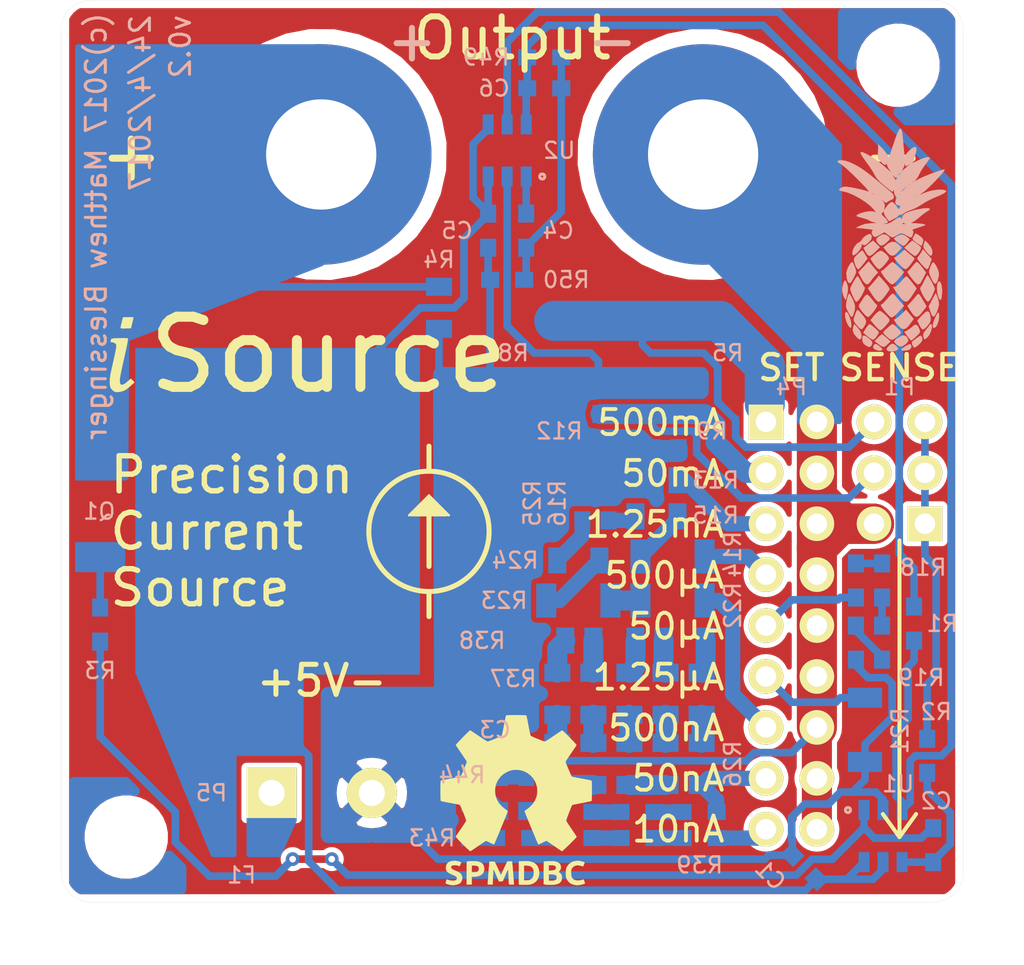
<source format=kicad_pcb>
(kicad_pcb (version 4) (host pcbnew 4.0.4-stable)
  (layers (0 F.Cu signal) (31 B.Cu signal) (34 B.Paste user) (35 F.Paste user) (36 B.SilkS user) (37 F.SilkS user) (38 B.Mask user) (39 F.Mask user) (44 Edge.Cuts user))
  (net 0 "")
  (net 1 DUT_OUT)
  (net 2 GND)
  (net 3 "Net-(C2-Pad1)")
  (net 4 "Net-(C2-Pad2)")
  (net 5 VREF)
  (net 6 DUT_IN)
  (net 7 "Net-(Q1-Pad1)")
  (net 8 VREF_S)
  (net 9 "Net-(R15-Pad2)")
  (net 10 "Net-(R22-Pad2)")
  (net 11 "Net-(R23-Pad2)")
  (net 12 "Net-(R27-Pad2)")
  (net 13 "Net-(R28-Pad2)")
  (net 14 "Net-(R29-Pad2)")
  (net 15 "Net-(R30-Pad2)")
  (net 16 VDD)
  (net 17 "Net-(F1-Pad2)")
  (net 18 "Net-(P4-Pad7)")
  (net 19 "Net-(P4-Pad9)")
  (net 20 "Net-(P4-Pad11)")
  (net 21 "Net-(P4-Pad13)")
  (net 22 "Net-(P4-Pad15)")
  (net 23 "Net-(P4-Pad17)")
  (net 24 "Net-(C4-Pad1)")
  (net 25 "Net-(P1-Pad1)")
  (net 26 "Net-(P1-Pad4)")
  (net 27 "Net-(P1-Pad6)")
  (net 28 "Net-(P4-Pad5)")
  (net 29 "Net-(R14-Pad2)")
  (net 30 "Net-(R17-Pad2)")
  (net 31 "Net-(R18-Pad2)")
  (net 32 "Net-(R19-Pad2)")
  (net 33 "Net-(R24-Pad2)")
  (net 34 "Net-(R26-Pad2)")
  (net 35 "Net-(R31-Pad2)")
  (net 36 "Net-(R32-Pad2)")
  (net 37 "Net-(R33-Pad2)")
  (net 38 "Net-(R34-Pad2)")
  (net 39 "Net-(R35-Pad2)")
  (net 40 "Net-(R36-Pad2)")
  (net 41 "Net-(R37-Pad2)")
  (net 42 "Net-(R39-Pad2)")
  (net 43 "Net-(R40-Pad2)")
  (net 44 "Net-(R41-Pad2)")
  (net 45 "Net-(R42-Pad2)")
  (net 46 "Net-(R43-Pad2)")
  (net 47 "Net-(R44-Pad2)")
  (net 48 "Net-(R45-Pad2)")
  (net 49 "Net-(R46-Pad2)")
  (net 50 "Net-(R47-Pad2)")
  (net 51 "Net-(C4-Pad2)")
  (module MKB:SOT-23-6 (layer B.Cu) (at 118.5 119.2 270)
    (fp_text reference U1 (at -2.6 -0.75 360) (layer B.SilkS) (effects (font (size 0.8 0.8) (thickness 0.12)) (justify mirror)))
    (fp_text value MCP6V11T-E/OT)
    (pad 1 smd rect (at -1.3 0.95 270) (size 1 0.55) (layers B.Cu B.Paste B.Mask) (net 4 "Net-(C2-Pad2)"))
    (pad 2 smd rect (at -1.3 0 270) (size 1 0.55) (layers B.Cu B.Paste B.Mask) (net 2 GND))
    (pad 3 smd rect (at -1.3 -0.95 270) (size 1 0.55) (layers B.Cu B.Paste B.Mask) (net 8 VREF_S))
    (pad 4 smd rect (at 1.3 -0.95 270) (size 1 0.55) (layers B.Cu B.Paste B.Mask) (net 3 "Net-(C2-Pad1)"))
    (pad 6 smd rect (at 1.3 0.95 270) (size 1 0.55) (layers B.Cu B.Paste B.Mask) (net 16 VDD))
    (pad 5 smd rect (at 1.3 0 270) (size 1 0.55) (layers B.Cu B.Paste B.Mask) (net 16 VDD))
  )
  (module MKB:SOT-23-6 (layer B.Cu) (at 99.75 85 90)
    (fp_text reference U2 (at 0 2.6 180) (layer B.SilkS) (effects (font (size 0.8 0.8) (thickness 0.12)) (justify mirror)))
    (fp_text value MAX6070)
    (pad 1 smd rect (at -1.3 0.95 90) (size 1 0.55) (layers B.Cu B.Paste B.Mask) (net 24 "Net-(C4-Pad1)"))
    (pad 2 smd rect (at -1.3 0 90) (size 1 0.55) (layers B.Cu B.Paste B.Mask) (net 2 GND))
    (pad 3 smd rect (at -1.3 -0.95 90) (size 1 0.55) (layers B.Cu B.Paste B.Mask) (net 16 VDD))
    (pad 4 smd rect (at 1.3 -0.95 90) (size 1 0.55) (layers B.Cu B.Paste B.Mask) (net 16 VDD))
    (pad 6 smd rect (at 1.3 0.95 90) (size 1 0.55) (layers B.Cu B.Paste B.Mask) (net 5 VREF))
    (pad 5 smd rect (at 1.3 0 90) (size 1 0.55) (layers B.Cu B.Paste B.Mask) (net 8 VREF_S))
  )
  (module MKB:C_0603 (layer B.Cu) (at 98.8 89 270)
    (fp_text reference C5 (at 0 1.55 360) (layer B.SilkS) (effects (font (size 0.8 0.8) (thickness 0.12)) (justify mirror)))
    (fp_text value 0.1uF)
    (pad 1 smd rect (at -0.85 0 270) (size 0.9 0.8) (layers B.Cu B.Paste B.Mask) (net 16 VDD))
    (pad 2 smd rect (at 0.85 0 270) (size 0.9 0.8) (layers B.Cu B.Paste B.Mask) (net 2 GND))
  )
  (module MKB:C_0603 (layer B.Cu) (at 100.7 89 270)
    (fp_text reference C4 (at 0 -1.6 360) (layer B.SilkS) (effects (font (size 0.8 0.8) (thickness 0.12)) (justify mirror)))
    (fp_text value 0.1uF)
    (pad 1 smd rect (at -0.85 0 270) (size 0.9 0.8) (layers B.Cu B.Paste B.Mask) (net 24 "Net-(C4-Pad1)"))
    (pad 2 smd rect (at 0.85 0 270) (size 0.9 0.8) (layers B.Cu B.Paste B.Mask) (net 51 "Net-(C4-Pad2)"))
  )
  (module MKB:C_0603 (layer B.Cu) (at 100.7 113.9 90)
    (fp_text reference C3 (at 0 -1.55 360) (layer B.SilkS) (effects (font (size 0.8 0.8) (thickness 0.12)) (justify mirror)))
    (fp_text value 1uF)
    (pad 1 smd rect (at -0.85 0 90) (size 0.9 0.8) (layers B.Cu B.Paste B.Mask) (net 6 DUT_IN))
    (pad 2 smd rect (at 0.85 0 90) (size 0.9 0.8) (layers B.Cu B.Paste B.Mask) (net 2 GND))
  )
  (module MKB:C_0603 (layer B.Cu) (at 121 119.65 90)
    (fp_text reference C2 (at 2.2 0.15 180) (layer B.SilkS) (effects (font (size 0.8 0.8) (thickness 0.12)) (justify mirror)))
    (fp_text value 10nF)
    (pad 1 smd rect (at -0.85 0 90) (size 0.9 0.8) (layers B.Cu B.Paste B.Mask) (net 3 "Net-(C2-Pad1)"))
    (pad 2 smd rect (at 0.85 0 90) (size 0.9 0.8) (layers B.Cu B.Paste B.Mask) (net 4 "Net-(C2-Pad2)"))
  )
  (module MKB:C_0603 (layer B.Cu) (at 114.58 120.751041 135)
    (fp_text reference C1 (at 0.920711 -1.484924 315) (layer B.SilkS) (effects (font (size 0.8 0.8) (thickness 0.12)) (justify mirror)))
    (fp_text value 0.1uF)
    (pad 1 smd rect (at -0.85 0 135) (size 0.9 0.8) (layers B.Cu B.Paste B.Mask) (net 16 VDD))
    (pad 2 smd rect (at 0.85 0 135) (size 0.9 0.8) (layers B.Cu B.Paste B.Mask) (net 2 GND))
  )
  (module MKB:FUSE_0603 (layer B.Cu) (at 86.5 119.7)
    (fp_text reference F1 (at 0 1.45) (layer B.SilkS) (effects (font (size 0.8 0.8) (thickness 0.12)) (justify mirror)))
    (fp_text value 750mA hide)
    (pad 1 smd rect (at -0.75946 0) (size 0.75946 1.08966) (layers B.Cu B.Paste B.Mask) (net 16 VDD))
    (pad 2 smd rect (at 0.75946 0) (size 0.75946 1.08966) (layers B.Cu B.Paste B.Mask) (net 17 "Net-(F1-Pad2)"))
  )
  (module MKB:TO-252_wHeatsink (layer B.Cu) (at 88.3 103 90)
    (fp_text reference Q1 (at 0 -8.9 180) (layer B.SilkS) (effects (font (size 0.8 0.8) (thickness 0.12)) (justify mirror)))
    (fp_text value Q_NMOS_GDS)
    (pad 2 smd rect (at 0 0 90) (size 16.3 14.2) (layers B.Cu) (net 16 VDD))
    (pad 3 smd rect (at 2.285 -8.85 90) (size 1.5 2.5) (layers B.Cu B.Paste B.Mask) (net 1 DUT_OUT))
    (pad 1 smd rect (at -2.285 -8.85 90) (size 1.5 2.5) (layers B.Cu B.Paste B.Mask) (net 7 "Net-(Q1-Pad1)"))
  )
  (module MKB:C_0603 (layer B.Cu) (at 101.6 81.9)
    (fp_text reference C6 (at -2.5 0) (layer B.SilkS) (effects (font (size 0.8 0.8) (thickness 0.12)) (justify mirror)))
    (fp_text value 0.1uF)
    (pad 1 smd rect (at -0.85 0) (size 0.9 0.8) (layers B.Cu B.Paste B.Mask) (net 5 VREF))
    (pad 2 smd rect (at 0.85 0) (size 0.9 0.8) (layers B.Cu B.Paste B.Mask) (net 51 "Net-(C4-Pad2)"))
  )
  (module MKB:TerminalBlock_Pheonix_MKDS1.5-2pol_1985849 (layer F.Cu) (at 88 117.05)
    (fp_text reference P5 (at -3 0) (layer B.SilkS) (effects (font (size 0.8 0.8) (thickness 0.12)) (justify mirror)))
    (fp_text value CONN_01X02)
    (pad 1 thru_hole rect (at 0 0) (size 2.5 2.5) (drill 1.3) (layers *.Cu *.Mask F.SilkS) (net 17 "Net-(F1-Pad2)"))
    (pad 2 thru_hole circle (at 5 0) (size 2.5 2.5) (drill 1.3) (layers *.Cu *.Mask F.SilkS) (net 2 GND))
  )
  (module MKB:R_0805 (layer B.Cu) (at 101.6 109.45 180)
    (fp_text reference R38 (at 3.1 0 180) (layer B.SilkS) (effects (font (size 0.8 0.8) (thickness 0.12)) (justify mirror)))
    (fp_text value 1M)
    (pad 1 smd rect (at -1.05 0 180) (size 0.9 1.3) (layers B.Cu B.Paste B.Mask) (net 41 "Net-(R37-Pad2)"))
    (pad 2 smd rect (at 1.05 0 180) (size 0.9 1.3) (layers B.Cu B.Paste B.Mask) (net 2 GND))
  )
  (module MKB:R_0805 (layer B.Cu) (at 102.25 112.1 90)
    (fp_text reference R37 (at 0.75 -2.2 180) (layer B.SilkS) (effects (font (size 0.8 0.8) (thickness 0.12)) (justify mirror)))
    (fp_text value 2M)
    (pad 1 smd rect (at -1.05 0 90) (size 0.9 1.3) (layers B.Cu B.Paste B.Mask) (net 40 "Net-(R36-Pad2)"))
    (pad 2 smd rect (at 1.05 0 90) (size 0.9 1.3) (layers B.Cu B.Paste B.Mask) (net 41 "Net-(R37-Pad2)"))
  )
  (module MKB:R_0805 (layer B.Cu) (at 102.25 115.6 90)
    (fp_text reference R36 hide)
    (fp_text value 2M)
    (pad 1 smd rect (at -1.05 0 90) (size 0.9 1.3) (layers B.Cu B.Paste B.Mask) (net 39 "Net-(R35-Pad2)"))
    (pad 2 smd rect (at 1.05 0 90) (size 0.9 1.3) (layers B.Cu B.Paste B.Mask) (net 40 "Net-(R36-Pad2)"))
  )
  (module MKB:R_0805 (layer B.Cu) (at 104.05 115.6 270)
    (fp_text reference R35 hide)
    (fp_text value 2M)
    (pad 1 smd rect (at -1.05 0 270) (size 0.9 1.3) (layers B.Cu B.Paste B.Mask) (net 38 "Net-(R34-Pad2)"))
    (pad 2 smd rect (at 1.05 0 270) (size 0.9 1.3) (layers B.Cu B.Paste B.Mask) (net 39 "Net-(R35-Pad2)"))
  )
  (module MKB:R_0805 (layer B.Cu) (at 104.05 112.1 270)
    (fp_text reference R34 hide)
    (fp_text value 2M)
    (pad 1 smd rect (at -1.05 0 270) (size 0.9 1.3) (layers B.Cu B.Paste B.Mask) (net 37 "Net-(R33-Pad2)"))
    (pad 2 smd rect (at 1.05 0 270) (size 0.9 1.3) (layers B.Cu B.Paste B.Mask) (net 38 "Net-(R34-Pad2)"))
  )
  (module MKB:R_0805 (layer B.Cu) (at 105.85 112.1 90)
    (fp_text reference R32 hide)
    (fp_text value 2M)
    (pad 1 smd rect (at -1.05 0 90) (size 0.9 1.3) (layers B.Cu B.Paste B.Mask) (net 35 "Net-(R31-Pad2)"))
    (pad 2 smd rect (at 1.05 0 90) (size 0.9 1.3) (layers B.Cu B.Paste B.Mask) (net 36 "Net-(R32-Pad2)"))
  )
  (module MKB:R_0805 (layer B.Cu) (at 103.3 105.45 180)
    (fp_text reference R24 (at 3.15 0 180) (layer B.SilkS) (effects (font (size 0.8 0.8) (thickness 0.12)) (justify mirror)))
    (fp_text value 470k)
    (pad 1 smd rect (at -1.05 0 180) (size 0.9 1.3) (layers B.Cu B.Paste B.Mask) (net 11 "Net-(R23-Pad2)"))
    (pad 2 smd rect (at 1.05 0 180) (size 0.9 1.3) (layers B.Cu B.Paste B.Mask) (net 33 "Net-(R24-Pad2)"))
  )
  (module MKB:R_0805 (layer B.Cu) (at 107.2 103.25 180)
    (fp_text reference R15 (at -2.95 0.05 180) (layer B.SilkS) (effects (font (size 0.8 0.8) (thickness 0.12)) (justify mirror)))
    (fp_text value 499R)
    (pad 1 smd rect (at -1.05 0 180) (size 0.9 1.3) (layers B.Cu B.Paste B.Mask) (net 29 "Net-(R14-Pad2)"))
    (pad 2 smd rect (at 1.05 0 180) (size 0.9 1.3) (layers B.Cu B.Paste B.Mask) (net 9 "Net-(R15-Pad2)"))
  )
  (module MKB:R_0805 (layer B.Cu) (at 96.35 92.85 90)
    (fp_text reference R4 (at 2.4 0 180) (layer B.SilkS) (effects (font (size 0.8 0.8) (thickness 0.12)) (justify mirror)))
    (fp_text value 470R)
    (pad 1 smd rect (at -1.05 0 90) (size 0.9 1.3) (layers B.Cu B.Paste B.Mask) (net 2 GND))
    (pad 2 smd rect (at 1.05 0 90) (size 0.9 1.3) (layers B.Cu B.Paste B.Mask) (net 1 DUT_OUT))
  )
  (module MKB:R_0805 (layer B.Cu) (at 105.1 109.45 180)
    (fp_text reference R33 hide)
    (fp_text value 2M)
    (pad 1 smd rect (at -1.05 0 180) (size 0.9 1.3) (layers B.Cu B.Paste B.Mask) (net 36 "Net-(R32-Pad2)"))
    (pad 2 smd rect (at 1.05 0 180) (size 0.9 1.3) (layers B.Cu B.Paste B.Mask) (net 37 "Net-(R33-Pad2)"))
  )
  (module MKB:R_0805 (layer B.Cu) (at 105.85 115.6 90)
    (fp_text reference R31 hide)
    (fp_text value 2M)
    (pad 1 smd rect (at -1.05 0 90) (size 0.9 1.3) (layers B.Cu B.Paste B.Mask) (net 15 "Net-(R30-Pad2)"))
    (pad 2 smd rect (at 1.05 0 90) (size 0.9 1.3) (layers B.Cu B.Paste B.Mask) (net 35 "Net-(R31-Pad2)"))
  )
  (module MKB:R_0805 (layer B.Cu) (at 107.65 115.6 270)
    (fp_text reference R30 hide)
    (fp_text value 2M)
    (pad 1 smd rect (at -1.05 0 270) (size 0.9 1.3) (layers B.Cu B.Paste B.Mask) (net 14 "Net-(R29-Pad2)"))
    (pad 2 smd rect (at 1.05 0 270) (size 0.9 1.3) (layers B.Cu B.Paste B.Mask) (net 15 "Net-(R30-Pad2)"))
  )
  (module MKB:R_0805 (layer B.Cu) (at 107.65 112.1 270)
    (fp_text reference R29 hide)
    (fp_text value 2M)
    (pad 1 smd rect (at -1.05 0 270) (size 0.9 1.3) (layers B.Cu B.Paste B.Mask) (net 13 "Net-(R28-Pad2)"))
    (pad 2 smd rect (at 1.05 0 270) (size 0.9 1.3) (layers B.Cu B.Paste B.Mask) (net 14 "Net-(R29-Pad2)"))
  )
  (module MKB:R_0805 (layer B.Cu) (at 108.6 109.45 180)
    (fp_text reference R28 hide)
    (fp_text value 2M)
    (pad 1 smd rect (at -1.05 0 180) (size 0.9 1.3) (layers B.Cu B.Paste B.Mask) (net 12 "Net-(R27-Pad2)"))
    (pad 2 smd rect (at 1.05 0 180) (size 0.9 1.3) (layers B.Cu B.Paste B.Mask) (net 13 "Net-(R28-Pad2)"))
  )
  (module MKB:R_0805 (layer B.Cu) (at 109.45 112.1 90)
    (fp_text reference R27 hide)
    (fp_text value 2M)
    (pad 1 smd rect (at -1.05 0 90) (size 0.9 1.3) (layers B.Cu B.Paste B.Mask) (net 34 "Net-(R26-Pad2)"))
    (pad 2 smd rect (at 1.05 0 90) (size 0.9 1.3) (layers B.Cu B.Paste B.Mask) (net 12 "Net-(R27-Pad2)"))
  )
  (module MKB:R_0805 (layer B.Cu) (at 109.45 115.6 90)
    (fp_text reference R26 (at 0 1.55 90) (layer B.SilkS) (effects (font (size 0.8 0.8) (thickness 0.12)) (justify mirror)))
    (fp_text value 2M)
    (pad 1 smd rect (at -1.05 0 90) (size 0.9 1.3) (layers B.Cu B.Paste B.Mask) (net 22 "Net-(P4-Pad15)"))
    (pad 2 smd rect (at 1.05 0 90) (size 0.9 1.3) (layers B.Cu B.Paste B.Mask) (net 34 "Net-(R26-Pad2)"))
  )
  (module MKB:R_0805 (layer B.Cu) (at 107.2 101.45 180)
    (fp_text reference R13 (at -2.95 0 180) (layer B.SilkS) (effects (font (size 0.8 0.8) (thickness 0.12)) (justify mirror)))
    (fp_text value 1k)
    (pad 1 smd rect (at -1.05 0 180) (size 0.9 1.3) (layers B.Cu B.Paste B.Mask) (net 28 "Net-(P4-Pad5)"))
    (pad 2 smd rect (at 1.05 0 180) (size 0.9 1.3) (layers B.Cu B.Paste B.Mask) (net 2 GND))
  )
  (module MKB:R_1206 (layer B.Cu) (at 103.3 107.45 180)
    (fp_text reference R23 (at 3.7 0 360) (layer B.SilkS) (effects (font (size 0.8 0.8) (thickness 0.12)) (justify mirror)))
    (fp_text value 1M)
    (pad 1 smd rect (at -1.6 0 180) (size 1 1.7) (layers B.Cu B.Paste B.Mask) (net 10 "Net-(R22-Pad2)"))
    (pad 2 smd rect (at 1.6 0 180) (size 1 1.7) (layers B.Cu B.Paste B.Mask) (net 11 "Net-(R23-Pad2)"))
  )
  (module MKB:R_1206 (layer B.Cu) (at 108 107.45 180)
    (fp_text reference R22 (at -3 -0.25 270) (layer B.SilkS) (effects (font (size 0.8 0.8) (thickness 0.12)) (justify mirror)))
    (fp_text value 1M)
    (pad 1 smd rect (at -1.6 0 180) (size 1 1.7) (layers B.Cu B.Paste B.Mask) (net 21 "Net-(P4-Pad13)"))
    (pad 2 smd rect (at 1.6 0 180) (size 1 1.7) (layers B.Cu B.Paste B.Mask) (net 10 "Net-(R22-Pad2)"))
  )
  (module MKB:R_1206 (layer B.Cu) (at 117.6 113.9 270)
    (fp_text reference R21 (at 0.05 -1.75 450) (layer B.SilkS) (effects (font (size 0.8 0.8) (thickness 0.12)) (justify mirror)))
    (fp_text value 1M)
    (pad 1 smd rect (at -1.6 0 270) (size 1 1.7) (layers B.Cu B.Paste B.Mask) (net 20 "Net-(P4-Pad11)"))
    (pad 2 smd rect (at 1.6 0 270) (size 1 1.7) (layers B.Cu B.Paste B.Mask) (net 2 GND))
  )
  (module MKB:R_1206 (layer B.Cu) (at 108 105.25 180)
    (fp_text reference R14 (at -3 0.1 270) (layer B.SilkS) (effects (font (size 0.8 0.8) (thickness 0.12)) (justify mirror)))
    (fp_text value 2k)
    (pad 1 smd rect (at -1.6 0 180) (size 1 1.7) (layers B.Cu B.Paste B.Mask) (net 18 "Net-(P4-Pad7)"))
    (pad 2 smd rect (at 1.6 0 180) (size 1 1.7) (layers B.Cu B.Paste B.Mask) (net 29 "Net-(R14-Pad2)"))
  )
  (module MKB:R_1206 (layer B.Cu) (at 108.7 95.1 270)
    (fp_text reference R5 (at 0 -2.05 540) (layer B.SilkS) (effects (font (size 0.8 0.8) (thickness 0.12)) (justify mirror)))
    (fp_text value 10R)
    (pad 1 smd rect (at -1.6 0 270) (size 1 1.7) (layers B.Cu B.Paste B.Mask) (net 27 "Net-(P1-Pad6)"))
    (pad 2 smd rect (at 1.6 0 270) (size 1 1.7) (layers B.Cu B.Paste B.Mask) (net 2 GND))
  )
  (module MKB:R_1206 (layer B.Cu) (at 106.5 95.1 270)
    (fp_text reference R6 hide)
    (fp_text value 10R)
    (pad 1 smd rect (at -1.6 0 270) (size 1 1.7) (layers B.Cu B.Paste B.Mask) (net 27 "Net-(P1-Pad6)"))
    (pad 2 smd rect (at 1.6 0 270) (size 1 1.7) (layers B.Cu B.Paste B.Mask) (net 2 GND))
  )
  (module MKB:R_1206 (layer B.Cu) (at 104.3 95.1 270)
    (fp_text reference R7 hide)
    (fp_text value 10R)
    (pad 1 smd rect (at -1.6 0 270) (size 1 1.7) (layers B.Cu B.Paste B.Mask) (net 27 "Net-(P1-Pad6)"))
    (pad 2 smd rect (at 1.6 0 270) (size 1 1.7) (layers B.Cu B.Paste B.Mask) (net 2 GND))
  )
  (module MKB:R_1206 (layer B.Cu) (at 102.1 95.1 270)
    (fp_text reference R8 (at 0 2.05 540) (layer B.SilkS) (effects (font (size 0.8 0.8) (thickness 0.12)) (justify mirror)))
    (fp_text value 10R)
    (pad 1 smd rect (at -1.6 0 270) (size 1 1.7) (layers B.Cu B.Paste B.Mask) (net 27 "Net-(P1-Pad6)"))
    (pad 2 smd rect (at 1.6 0 270) (size 1 1.7) (layers B.Cu B.Paste B.Mask) (net 2 GND))
  )
  (module MKB:R_0603 (layer B.Cu) (at 101.6 80.35)
    (fp_text reference R49 (at -2.9 0) (layer B.SilkS) (effects (font (size 0.8 0.8) (thickness 0.12)) (justify mirror)))
    (fp_text value 2k)
    (pad 1 smd rect (at -0.85 0) (size 0.9 0.8) (layers B.Cu B.Paste B.Mask) (net 5 VREF))
    (pad 2 smd rect (at 0.85 0) (size 0.9 0.8) (layers B.Cu B.Paste B.Mask) (net 51 "Net-(C4-Pad2)"))
  )
  (module MKB:R_0603 (layer B.Cu) (at 109.35 118)
    (fp_text reference R48 hide)
    (fp_text value 10M)
    (pad 1 smd rect (at -0.85 0) (size 0.9 0.8) (layers B.Cu B.Paste B.Mask) (net 50 "Net-(R47-Pad2)"))
    (pad 2 smd rect (at 0.85 0) (size 0.9 0.8) (layers B.Cu B.Paste B.Mask) (net 22 "Net-(P4-Pad15)"))
  )
  (module MKB:R_0603 (layer B.Cu) (at 106.25 118)
    (fp_text reference R47 hide)
    (fp_text value 10M)
    (pad 1 smd rect (at -0.85 0) (size 0.9 0.8) (layers B.Cu B.Paste B.Mask) (net 49 "Net-(R46-Pad2)"))
    (pad 2 smd rect (at 0.85 0) (size 0.9 0.8) (layers B.Cu B.Paste B.Mask) (net 50 "Net-(R47-Pad2)"))
  )
  (module MKB:R_0603 (layer B.Cu) (at 103.15 118)
    (fp_text reference R46 hide)
    (fp_text value 10M)
    (pad 1 smd rect (at -0.85 0) (size 0.9 0.8) (layers B.Cu B.Paste B.Mask) (net 48 "Net-(R45-Pad2)"))
    (pad 2 smd rect (at 0.85 0) (size 0.9 0.8) (layers B.Cu B.Paste B.Mask) (net 49 "Net-(R46-Pad2)"))
  )
  (module MKB:R_0603 (layer B.Cu) (at 100.7 117.1 270)
    (fp_text reference R45 hide)
    (fp_text value 10M)
    (pad 1 smd rect (at -0.85 0 270) (size 0.9 0.8) (layers B.Cu B.Paste B.Mask) (net 47 "Net-(R44-Pad2)"))
    (pad 2 smd rect (at 0.85 0 270) (size 0.9 0.8) (layers B.Cu B.Paste B.Mask) (net 48 "Net-(R45-Pad2)"))
  )
  (module MKB:R_0603 (layer B.Cu) (at 97.85 118.4 90)
    (fp_text reference R43 (at -0.9 -1.85 180) (layer B.SilkS) (effects (font (size 0.8 0.8) (thickness 0.12)) (justify mirror)))
    (fp_text value 10M)
    (pad 1 smd rect (at -0.85 0 90) (size 0.9 0.8) (layers B.Cu B.Paste B.Mask) (net 45 "Net-(R42-Pad2)"))
    (pad 2 smd rect (at 0.85 0 90) (size 0.9 0.8) (layers B.Cu B.Paste B.Mask) (net 46 "Net-(R43-Pad2)"))
  )
  (module MKB:R_0603 (layer B.Cu) (at 100.05 119.3 180)
    (fp_text reference R42 hide)
    (fp_text value 10M)
    (pad 1 smd rect (at -0.85 0 180) (size 0.9 0.8) (layers B.Cu B.Paste B.Mask) (net 44 "Net-(R41-Pad2)"))
    (pad 2 smd rect (at 0.85 0 180) (size 0.9 0.8) (layers B.Cu B.Paste B.Mask) (net 45 "Net-(R42-Pad2)"))
  )
  (module MKB:R_0603 (layer B.Cu) (at 103.15 119.3 180)
    (fp_text reference R41 hide)
    (fp_text value 10M)
    (pad 1 smd rect (at -0.85 0 180) (size 0.9 0.8) (layers B.Cu B.Paste B.Mask) (net 43 "Net-(R40-Pad2)"))
    (pad 2 smd rect (at 0.85 0 180) (size 0.9 0.8) (layers B.Cu B.Paste B.Mask) (net 44 "Net-(R41-Pad2)"))
  )
  (module MKB:R_0603 (layer B.Cu) (at 106.25 119.3 180)
    (fp_text reference R40 hide)
    (fp_text value 10M)
    (pad 1 smd rect (at -0.85 0 180) (size 0.9 0.8) (layers B.Cu B.Paste B.Mask) (net 42 "Net-(R39-Pad2)"))
    (pad 2 smd rect (at 0.85 0 180) (size 0.9 0.8) (layers B.Cu B.Paste B.Mask) (net 43 "Net-(R40-Pad2)"))
  )
  (module MKB:R_0603 (layer B.Cu) (at 109.35 119.3 180)
    (fp_text reference R39 (at 0 -1.35 180) (layer B.SilkS) (effects (font (size 0.8 0.8) (thickness 0.12)) (justify mirror)))
    (fp_text value 10M)
    (pad 1 smd rect (at -0.85 0 180) (size 0.9 0.8) (layers B.Cu B.Paste B.Mask) (net 23 "Net-(P4-Pad17)"))
    (pad 2 smd rect (at 0.85 0 180) (size 0.9 0.8) (layers B.Cu B.Paste B.Mask) (net 42 "Net-(R39-Pad2)"))
  )
  (module MKB:R_0603 (layer B.Cu) (at 104.4 99 270)
    (fp_text reference R12 (at 0 2.05 540) (layer B.SilkS) (effects (font (size 0.8 0.8) (thickness 0.12)) (justify mirror)))
    (fp_text value 100R)
    (pad 1 smd rect (at -0.85 0 270) (size 0.9 0.8) (layers B.Cu B.Paste B.Mask) (net 26 "Net-(P1-Pad4)"))
    (pad 2 smd rect (at 0.85 0 270) (size 0.9 0.8) (layers B.Cu B.Paste B.Mask) (net 2 GND))
  )
  (module MKB:R_0603 (layer B.Cu) (at 105.7 99 270)
    (fp_text reference R11 hide)
    (fp_text value 100R)
    (pad 1 smd rect (at -0.85 0 270) (size 0.9 0.8) (layers B.Cu B.Paste B.Mask) (net 26 "Net-(P1-Pad4)"))
    (pad 2 smd rect (at 0.85 0 270) (size 0.9 0.8) (layers B.Cu B.Paste B.Mask) (net 2 GND))
  )
  (module MKB:R_0603 (layer B.Cu) (at 107 99 270)
    (fp_text reference R10 hide)
    (fp_text value 100R)
    (pad 1 smd rect (at -0.85 0 270) (size 0.9 0.8) (layers B.Cu B.Paste B.Mask) (net 26 "Net-(P1-Pad4)"))
    (pad 2 smd rect (at 0.85 0 270) (size 0.9 0.8) (layers B.Cu B.Paste B.Mask) (net 2 GND))
  )
  (module MKB:R_0603 (layer B.Cu) (at 108.3 99 270)
    (fp_text reference R9 (at 0 -1.65 360) (layer B.SilkS) (effects (font (size 0.8 0.8) (thickness 0.12)) (justify mirror)))
    (fp_text value 100R)
    (pad 1 smd rect (at -0.85 0 270) (size 0.9 0.8) (layers B.Cu B.Paste B.Mask) (net 26 "Net-(P1-Pad4)"))
    (pad 2 smd rect (at 0.85 0 270) (size 0.9 0.8) (layers B.Cu B.Paste B.Mask) (net 2 GND))
  )
  (module MKB:R_0603 (layer B.Cu) (at 79.45 108.65 270)
    (fp_text reference R3 (at 2.3 0 360) (layer B.SilkS) (effects (font (size 0.8 0.8) (thickness 0.12)) (justify mirror)))
    (fp_text value 100R)
    (pad 1 smd rect (at -0.85 0 270) (size 0.9 0.8) (layers B.Cu B.Paste B.Mask) (net 7 "Net-(Q1-Pad1)"))
    (pad 2 smd rect (at 0.85 0 270) (size 0.9 0.8) (layers B.Cu B.Paste B.Mask) (net 4 "Net-(C2-Pad2)"))
  )
  (module MKB:R_0603 (layer B.Cu) (at 103.5 102.6 90)
    (fp_text reference R25 (at 0 -2.5 90) (layer B.SilkS) (effects (font (size 0.8 0.8) (thickness 0.12)) (justify mirror)))
    (fp_text value 30k)
    (pad 1 smd rect (at -0.85 0 90) (size 0.9 0.8) (layers B.Cu B.Paste B.Mask) (net 33 "Net-(R24-Pad2)"))
    (pad 2 smd rect (at 0.85 0 90) (size 0.9 0.8) (layers B.Cu B.Paste B.Mask) (net 2 GND))
  )
  (module MKB:R_0603 (layer B.Cu) (at 117.15 109.55 90)
    (fp_text reference R20 hide)
    (fp_text value 10R)
    (pad 1 smd rect (at -0.85 0 90) (size 0.9 0.8) (layers B.Cu B.Paste B.Mask) (net 2 GND))
    (pad 2 smd rect (at 0.85 0 90) (size 0.9 0.8) (layers B.Cu B.Paste B.Mask) (net 32 "Net-(R19-Pad2)"))
  )
  (module MKB:R_0603 (layer B.Cu) (at 118.45 109.55 270)
    (fp_text reference R19 (at 1.75 -1.95 360) (layer B.SilkS) (effects (font (size 0.8 0.8) (thickness 0.12)) (justify mirror)))
    (fp_text value 4k99)
    (pad 1 smd rect (at -0.85 0 270) (size 0.9 0.8) (layers B.Cu B.Paste B.Mask) (net 31 "Net-(R18-Pad2)"))
    (pad 2 smd rect (at 0.85 0 270) (size 0.9 0.8) (layers B.Cu B.Paste B.Mask) (net 32 "Net-(R19-Pad2)"))
  )
  (module MKB:R_0603 (layer B.Cu) (at 118.45 106.45 270)
    (fp_text reference R18 (at -0.65 -2.05 360) (layer B.SilkS) (effects (font (size 0.8 0.8) (thickness 0.12)) (justify mirror)))
    (fp_text value 10k)
    (pad 1 smd rect (at -0.85 0 270) (size 0.9 0.8) (layers B.Cu B.Paste B.Mask) (net 30 "Net-(R17-Pad2)"))
    (pad 2 smd rect (at 0.85 0 270) (size 0.9 0.8) (layers B.Cu B.Paste B.Mask) (net 31 "Net-(R18-Pad2)"))
  )
  (module MKB:R_0603 (layer B.Cu) (at 117.15 106.45 90)
    (fp_text reference R17 hide)
    (fp_text value 10k)
    (pad 1 smd rect (at -0.85 0 90) (size 0.9 0.8) (layers B.Cu B.Paste B.Mask) (net 19 "Net-(P4-Pad9)"))
    (pad 2 smd rect (at 0.85 0 90) (size 0.9 0.8) (layers B.Cu B.Paste B.Mask) (net 30 "Net-(R17-Pad2)"))
  )
  (module MKB:R_0603 (layer B.Cu) (at 104.8 102.6 270)
    (fp_text reference R16 (at 0 2.55 270) (layer B.SilkS) (effects (font (size 0.8 0.8) (thickness 0.12)) (justify mirror)))
    (fp_text value 1R)
    (pad 1 smd rect (at -0.85 0 270) (size 0.9 0.8) (layers B.Cu B.Paste B.Mask) (net 2 GND))
    (pad 2 smd rect (at 0.85 0 270) (size 0.9 0.8) (layers B.Cu B.Paste B.Mask) (net 9 "Net-(R15-Pad2)"))
  )
  (module MKB:R_0603 (layer B.Cu) (at 120.7 115.2 270)
    (fp_text reference R2 (at -2.2 -0.45 360) (layer B.SilkS) (effects (font (size 0.8 0.8) (thickness 0.12)) (justify mirror)))
    (fp_text value 10k)
    (pad 1 smd rect (at -0.85 0 270) (size 0.9 0.8) (layers B.Cu B.Paste B.Mask) (net 25 "Net-(P1-Pad1)"))
    (pad 2 smd rect (at 0.85 0 270) (size 0.9 0.8) (layers B.Cu B.Paste B.Mask) (net 3 "Net-(C2-Pad1)"))
  )
  (module MKB:R_0603 (layer B.Cu) (at 120.05 108.6 90)
    (fp_text reference R1 (at 0 1.4 360) (layer B.SilkS) (effects (font (size 0.8 0.8) (thickness 0.12)) (justify mirror)))
    (fp_text value 270R)
    (pad 1 smd rect (at -0.85 0 90) (size 0.9 0.8) (layers B.Cu B.Paste B.Mask) (net 8 VREF_S))
    (pad 2 smd rect (at 0.85 0 90) (size 0.9 0.8) (layers B.Cu B.Paste B.Mask) (net 5 VREF))
  )
  (module MKB:Pin_Header_Straight_2x03 (layer F.Cu) (at 120.59 103.62 180)
    (fp_text reference P1 (at 1.27 6.82 180) (layer B.SilkS) (effects (font (size 0.8 0.8) (thickness 0.12)) (justify mirror)))
    (fp_text value CONN_02X03)
    (pad 1 thru_hole rect (at 0 0 180) (size 1.7272 1.7272) (drill 1.016) (layers *.Cu *.Mask F.SilkS) (net 25 "Net-(P1-Pad1)"))
    (pad 2 thru_hole oval (at 2.54 0 180) (size 1.7272 1.7272) (drill 1.016) (layers *.Cu *.Mask F.SilkS) (net 6 DUT_IN))
    (pad 3 thru_hole oval (at 0 2.54 180) (size 1.7272 1.7272) (drill 1.016) (layers *.Cu *.Mask F.SilkS) (net 25 "Net-(P1-Pad1)"))
    (pad 4 thru_hole oval (at 2.54 2.54 180) (size 1.7272 1.7272) (drill 1.016) (layers *.Cu *.Mask F.SilkS) (net 26 "Net-(P1-Pad4)"))
    (pad 5 thru_hole oval (at 0 5.08 180) (size 1.7272 1.7272) (drill 1.016) (layers *.Cu *.Mask F.SilkS) (net 25 "Net-(P1-Pad1)"))
    (pad 6 thru_hole oval (at 2.54 5.08 180) (size 1.7272 1.7272) (drill 1.016) (layers *.Cu *.Mask F.SilkS) (net 27 "Net-(P1-Pad6)"))
  )
  (module MKB:Pin_Header_Straight_2x9 (layer F.Cu) (at 112.66 98.54)
    (fp_text reference P4 (at 1.27 -1.74) (layer B.SilkS) (effects (font (size 0.8 0.8) (thickness 0.12)) (justify mirror)))
    (fp_text value CONN_02X09)
    (pad 1 thru_hole rect (at 0 0) (size 1.7272 1.7272) (drill 1.016) (layers *.Cu *.Mask F.SilkS) (net 27 "Net-(P1-Pad6)"))
    (pad 2 thru_hole oval (at 2.54 0) (size 1.7272 1.7272) (drill 1.016) (layers *.Cu *.Mask F.SilkS) (net 6 DUT_IN))
    (pad 3 thru_hole oval (at 0 2.54) (size 1.7272 1.7272) (drill 1.016) (layers *.Cu *.Mask F.SilkS) (net 26 "Net-(P1-Pad4)"))
    (pad 4 thru_hole oval (at 2.54 2.54) (size 1.7272 1.7272) (drill 1.016) (layers *.Cu *.Mask F.SilkS) (net 6 DUT_IN))
    (pad 5 thru_hole oval (at 0 5.08) (size 1.7272 1.7272) (drill 1.016) (layers *.Cu *.Mask F.SilkS) (net 28 "Net-(P4-Pad5)"))
    (pad 6 thru_hole oval (at 2.54 5.08) (size 1.7272 1.7272) (drill 1.016) (layers *.Cu *.Mask F.SilkS) (net 6 DUT_IN))
    (pad 7 thru_hole oval (at 0 7.62) (size 1.7272 1.7272) (drill 1.016) (layers *.Cu *.Mask F.SilkS) (net 18 "Net-(P4-Pad7)"))
    (pad 8 thru_hole oval (at 2.54 7.62) (size 1.7272 1.7272) (drill 1.016) (layers *.Cu *.Mask F.SilkS) (net 6 DUT_IN))
    (pad 9 thru_hole oval (at 0 10.16) (size 1.7272 1.7272) (drill 1.016) (layers *.Cu *.Mask F.SilkS) (net 19 "Net-(P4-Pad9)"))
    (pad 10 thru_hole oval (at 2.54 10.16) (size 1.7272 1.7272) (drill 1.016) (layers *.Cu *.Mask F.SilkS) (net 6 DUT_IN))
    (pad 11 thru_hole oval (at 0 12.7) (size 1.7272 1.7272) (drill 1.016) (layers *.Cu *.Mask F.SilkS) (net 20 "Net-(P4-Pad11)"))
    (pad 12 thru_hole oval (at 2.54 12.7) (size 1.7272 1.7272) (drill 1.016) (layers *.Cu *.Mask F.SilkS) (net 6 DUT_IN))
    (pad 13 thru_hole oval (at 0 15.24) (size 1.7272 1.7272) (drill 1.016) (layers *.Cu *.Mask F.SilkS) (net 21 "Net-(P4-Pad13)"))
    (pad 14 thru_hole oval (at 2.54 15.24) (size 1.7272 1.7272) (drill 1.016) (layers *.Cu *.Mask F.SilkS) (net 6 DUT_IN))
    (pad 15 thru_hole oval (at 0 17.78) (size 1.7272 1.7272) (drill 1.016) (layers *.Cu *.Mask F.SilkS) (net 22 "Net-(P4-Pad15)"))
    (pad 16 thru_hole oval (at 2.54 17.78) (size 1.7272 1.7272) (drill 1.016) (layers *.Cu *.Mask F.SilkS) (net 6 DUT_IN))
    (pad 17 thru_hole oval (at 0 20.32) (size 1.7272 1.7272) (drill 1.016) (layers *.Cu *.Mask F.SilkS) (net 23 "Net-(P4-Pad17)"))
    (pad 18 thru_hole oval (at 2.54 20.32) (size 1.7272 1.7272) (drill 1.016) (layers *.Cu *.Mask F.SilkS) (net 6 DUT_IN))
  )
  (module MKB:OSHW_SPMDBC_8.1x9.1_under (layer F.Cu) (at 100.2 117.4)
    (fp_text reference G*** hide)
    (fp_text value LOGO hide)
  )
  (module MKB:pineapple (layer B.Cu) (at 118.95 89.6 180)
    (fp_text reference G*** hide)
    (fp_text value LOGO hide)
  )
  (module MKB:Binding_post_4mm (layer F.Cu) (at 90.475 85.2 180)
    (fp_text reference P2 hide)
    (fp_text value CONN_01X01 hide)
    (pad 1 thru_hole circle (at 0 0 180) (size 11 11) (drill 5.5) (layers *.Cu *.Mask) (net 1 DUT_OUT) (clearance 0.75))
  )
  (module MKB:Binding_post_4mm (layer F.Cu) (at 109.525 85.2)
    (fp_text reference P3 hide)
    (fp_text value CONN_01X01 hide)
    (pad 1 thru_hole circle (at 0 0) (size 11 11) (drill 5.5) (layers *.Cu *.Mask) (net 6 DUT_IN) (clearance 0.75))
  )
  (module MKB:z_MountNPTH_3.556mm (layer F.Cu) (at 119.25 80.75)
    (fp_text reference REF**)
    (fp_text value VAL**)
    (pad "" np_thru_hole circle (at 0 0) (size 3.556 3.556) (drill 3.556) (layers *.Cu *.Mask))
  )
  (module MKB:z_MountNPTH_3.556mm (layer F.Cu) (at 80.75 119.25)
    (fp_text reference REF**)
    (fp_text value VAL**)
    (pad "" np_thru_hole circle (at 0 0) (size 3.556 3.556) (drill 3.556) (layers *.Cu *.Mask))
  )
  (module MKB:i_current_v1 (layer F.Cu) (at 80.5 94.8)
    (fp_text reference G*** hide)
    (fp_text value LOGO hide)
  )
  (module MKB:R_0603 (layer B.Cu) (at 99.75 91.45)
    (fp_text reference R50 (at 2.95 0) (layer B.SilkS) (effects (font (size 0.8 0.8) (thickness 0.12)) (justify mirror)))
    (fp_text value 0R)
    (pad 1 smd rect (at -0.85 0) (size 0.9 0.8) (layers B.Cu B.Paste B.Mask) (net 2 GND))
    (pad 2 smd rect (at 0.85 0) (size 0.9 0.8) (layers B.Cu B.Paste B.Mask) (net 51 "Net-(C4-Pad2)"))
  )
  (module MKB:R_0603 (layer B.Cu) (at 99.4 117.1 90)
    (fp_text reference R44 (at 0.95 -1.9 180) (layer B.SilkS) (effects (font (size 0.8 0.8) (thickness 0.12)) (justify mirror)))
    (fp_text value 10M)
    (pad 1 smd rect (at -0.85 0 90) (size 0.9 0.8) (layers B.Cu B.Paste B.Mask) (net 46 "Net-(R43-Pad2)"))
    (pad 2 smd rect (at 0.85 0 90) (size 0.9 0.8) (layers B.Cu B.Paste B.Mask) (net 47 "Net-(R44-Pad2)"))
  )
  (gr_line (start 95 103.15) (end 96.65 103.15) (layer F.SilkS) (width 0.2))
  (gr_line (start 94.85 103.2) (end 95.85 102.2) (layer F.SilkS) (width 0.1))
  (gr_text "(c)2017 Matthew Blessinger" (at 79.25 78.05 90) (layer B.SilkS) (effects (font (size 1 1)) (justify left mirror)))
  (gr_line (start 95.1 103.05) (end 96.6 103.05) (layer F.SilkS) (width 0.2))
  (gr_line (start 95.246718 102.894632) (end 96.45 102.9) (layer F.SilkS) (width 0.2))
  (gr_line (start 95.85 102.2) (end 96.85 103.2) (layer F.SilkS) (width 0.1))
  (gr_line (start 95.65 102.5) (end 96.049595 102.5) (layer F.SilkS) (width 0.2))
  (gr_line (start 94.85 103.2) (end 96.85 103.2) (layer F.SilkS) (width 0.1))
  (gr_line (start 95.5 102.65) (end 96.2 102.65) (layer F.SilkS) (width 0.2))
  (gr_line (start 95.346718 102.794632) (end 96.35 102.8) (layer F.SilkS) (width 0.2))
  (gr_line (start 95.85 105.75) (end 95.85 102.35) (layer F.SilkS) (width 0.25))
  (gr_line (start 95.85 99.75) (end 95.85 101) (layer F.SilkS) (width 0.25))
  (gr_line (start 95.85 107) (end 95.85 108.25) (layer F.SilkS) (width 0.25))
  (gr_circle (center 95.85 104) (end 92.85 104) (layer F.SilkS) (width 0.25))
  (gr_arc (start 79 121) (end 79 122.5) (angle 90) (layer Edge.Cuts) (width 0.01))
  (gr_arc (start 121 121) (end 122.5 121) (angle 90) (layer Edge.Cuts) (width 0.01))
  (gr_arc (start 79.002618 78.999998) (end 77.502618 78.999998) (angle 89.9) (layer Edge.Cuts) (width 0.01))
  (gr_arc (start 121 79) (end 121 77.5) (angle 90) (layer Edge.Cuts) (width 0.01))
  (gr_text Output (at 100 79.4) (layer F.SilkS) (effects (font (size 2 2) (thickness 0.3))))
  (gr_text v0.2 (at 83.45 78.15 90) (layer B.SilkS) (effects (font (size 1 1)) (justify left mirror)))
  (gr_text - (at 119 85.2) (layer F.SilkS) (effects (font (size 2.5 2.5) (thickness 0.35))))
  (gr_text + (at 81 85.2) (layer F.SilkS) (effects (font (size 2.5 2.5) (thickness 0.35))))
  (gr_text Source (at 81.6 95.2) (layer F.SilkS) (effects (font (size 3.5 3.5) (thickness 0.5)) (justify left)))
  (gr_text 24/4/2017 (at 81.45 78.15 90) (layer B.SilkS) (effects (font (size 1 1)) (justify left mirror)))
  (gr_text "Precision\nCurrent\nSource" (at 79.8 104) (layer F.SilkS) (effects (font (size 1.75 1.75) (thickness 0.27)) (justify left)))
  (gr_line (start 119.32 119.25) (end 118.49 118.1) (layer F.SilkS) (width 0.2))
  (gr_line (start 119.32 119.25) (end 120.15 118.1) (layer F.SilkS) (width 0.2))
  (gr_line (start 119.32 104.45) (end 119.32 119.25) (layer F.SilkS) (width 0.2))
  (gr_text SENSE (at 119.32 95.84) (layer F.SilkS) (effects (font (size 1.25 1.25) (thickness 0.22))))
  (gr_text SET (at 113.93 95.84) (layer F.SilkS) (effects (font (size 1.25 1.25) (thickness 0.22))))
  (gr_text 10nA (at 110.7 118.86) (layer F.SilkS) (effects (font (size 1.25 1.25) (thickness 0.19)) (justify right)))
  (gr_text 50nA (at 110.7 116.32) (layer F.SilkS) (effects (font (size 1.25 1.25) (thickness 0.19)) (justify right)))
  (gr_text 500nA (at 110.7 113.82) (layer F.SilkS) (effects (font (size 1.25 1.25) (thickness 0.19)) (justify right)))
  (gr_text 1.25µA (at 110.7 111.28) (layer F.SilkS) (effects (font (size 1.25 1.25) (thickness 0.19)) (justify right)))
  (gr_text 50µA (at 110.7 108.74) (layer F.SilkS) (effects (font (size 1.25 1.25) (thickness 0.19)) (justify right)))
  (gr_text 500µA (at 110.7 106.2) (layer F.SilkS) (effects (font (size 1.25 1.25) (thickness 0.19)) (justify right)))
  (gr_text 1.25mA (at 110.7 103.66) (layer F.SilkS) (effects (font (size 1.25 1.25) (thickness 0.19)) (justify right)))
  (gr_text 50mA (at 110.7 101.12) (layer F.SilkS) (effects (font (size 1.25 1.25) (thickness 0.19)) (justify right)))
  (gr_text 500mA (at 110.7 98.58) (layer F.SilkS) (effects (font (size 1.25 1.25) (thickness 0.19)) (justify right)))
  (gr_text +5V- (at 90.5 111.45) (layer F.SilkS) (effects (font (size 1.5 1.5) (thickness 0.25))))
  (gr_text - (at 105 79.5) (layer B.SilkS) (effects (font (size 2 2) (thickness 0.3))))
  (gr_text + (at 95 79.5) (layer B.SilkS) (effects (font (size 2 2) (thickness 0.3))))
  (gr_line (start 77.5 79) (end 77.5 121) (layer Edge.Cuts) (width 0.01))
  (gr_line (start 79 122.5) (end 121 122.5) (layer Edge.Cuts) (width 0.01))
  (gr_line (start 122.5 79) (end 122.5 121) (layer Edge.Cuts) (width 0.01))
  (gr_line (start 79 77.5) (end 121 77.5) (layer Edge.Cuts) (width 0.01))
  (segment (start 96.35 91.8) (end 83.75 91.8) (width 0.381) (layer B.Cu) (net 1))
  (segment (start 83.75 91.8) (end 79.75 87.8) (width 0.381) (layer B.Cu) (net 1))
  (segment (start 79.75 87.8) (end 82.35 85.2) (width 0.3048) (layer B.Cu) (net 1))
  (segment (start 79.75 100.715) (end 79.75 87.8) (width 0.3048) (layer B.Cu) (net 1))
  (segment (start 87.9 90.95) (end 87.9 87.775) (width 0.381) (layer B.Cu) (net 1))
  (segment (start 87.9 87.775) (end 90.475 85.2) (width 0.381) (layer B.Cu) (net 1))
  (segment (start 82.35 85.2) (end 90.475 85.2) (width 0.3048) (layer B.Cu) (net 1))
  (segment (start 96.8 96.7) (end 99.1 96.7) (width 0.381) (layer B.Cu) (net 2))
  (segment (start 99.1 96.7) (end 102.1 96.7) (width 0.381) (layer B.Cu) (net 2))
  (segment (start 98.9 91.45) (end 98.9 96.5) (width 0.381) (layer B.Cu) (net 2))
  (segment (start 98.9 96.5) (end 99.1 96.7) (width 0.381) (layer B.Cu) (net 2))
  (segment (start 98.8 89.85) (end 98.8 91.35) (width 0.381) (layer B.Cu) (net 2))
  (segment (start 98.8 91.35) (end 98.9 91.45) (width 0.381) (layer B.Cu) (net 2))
  (segment (start 96.35 93.9) (end 96.35 96.25) (width 0.381) (layer B.Cu) (net 2))
  (segment (start 96.35 96.25) (end 96.8 96.7) (width 0.381) (layer B.Cu) (net 2))
  (segment (start 104.3 96.7) (end 104.3 95.5) (width 0.381) (layer B.Cu) (net 2))
  (segment (start 99.75 93.75) (end 99.75 88.758662) (width 0.381) (layer B.Cu) (net 2))
  (segment (start 104.3 95.5) (end 103.9 95.1) (width 0.381) (layer B.Cu) (net 2))
  (segment (start 103.9 95.1) (end 101.1 95.1) (width 0.381) (layer B.Cu) (net 2))
  (segment (start 101.1 95.1) (end 99.75 93.75) (width 0.381) (layer B.Cu) (net 2))
  (segment (start 99.75 88.758662) (end 99.75 86.3) (width 0.381) (layer B.Cu) (net 2))
  (segment (start 117.6 115.5) (end 117.6 116.381) (width 0.381) (layer B.Cu) (net 2))
  (segment (start 117.6 116.381) (end 116.974701 117.006299) (width 0.381) (layer B.Cu) (net 2))
  (segment (start 117.6 114.619) (end 118.95 113.269) (width 0.381) (layer B.Cu) (net 2))
  (segment (start 118.95 113.269) (end 118.95 111.591338) (width 0.381) (layer B.Cu) (net 2))
  (segment (start 117.15 110.4) (end 117.15 110.7) (width 0.381) (layer B.Cu) (net 2))
  (segment (start 117.15 110.7) (end 117.75 111.3) (width 0.381) (layer B.Cu) (net 2))
  (segment (start 117.75 111.3) (end 118.658662 111.3) (width 0.381) (layer B.Cu) (net 2))
  (segment (start 118.658662 111.3) (end 118.95 111.591338) (width 0.381) (layer B.Cu) (net 2))
  (segment (start 117.6 114.619) (end 117.6 115.5) (width 0.381) (layer B.Cu) (net 2))
  (segment (start 118.139961 117.006299) (end 116.85 117.006299) (width 0.381) (layer B.Cu) (net 2))
  (segment (start 116.85 117.006299) (end 116.374507 117.006299) (width 0.381) (layer B.Cu) (net 2))
  (segment (start 116.974701 117.006299) (end 116.85 117.006299) (width 0.381) (layer B.Cu) (net 2))
  (segment (start 113.978959 120.15) (end 112.8 120.15) (width 0.381) (layer B.Cu) (net 2))
  (segment (start 112.8 120.15) (end 112.6 120.35) (width 0.381) (layer B.Cu) (net 2))
  (segment (start 112.6 120.35) (end 96.3 120.35) (width 0.381) (layer B.Cu) (net 2))
  (segment (start 96.3 120.35) (end 96.1 120.15) (width 0.381) (layer B.Cu) (net 2))
  (segment (start 96.1 120.15) (end 93 117.05) (width 0.381) (layer B.Cu) (net 2))
  (segment (start 113.942699 119.427013) (end 113.978959 119.463273) (width 0.381) (layer B.Cu) (net 2))
  (segment (start 113.978959 119.463273) (end 113.978959 120.15) (width 0.381) (layer B.Cu) (net 2))
  (segment (start 118.5 117.9) (end 118.5 117.366338) (width 0.381) (layer B.Cu) (net 2))
  (segment (start 118.5 117.366338) (end 118.139961 117.006299) (width 0.381) (layer B.Cu) (net 2))
  (segment (start 116.374507 117.006299) (end 115.778107 117.602699) (width 0.381) (layer B.Cu) (net 2))
  (segment (start 115.778107 117.602699) (end 114.596495 117.602699) (width 0.381) (layer B.Cu) (net 2))
  (segment (start 114.596495 117.602699) (end 113.942699 118.256495) (width 0.381) (layer B.Cu) (net 2))
  (segment (start 113.942699 118.256495) (end 113.942699 119.427013) (width 0.381) (layer B.Cu) (net 2))
  (segment (start 121.85 118.031) (end 121.85 119.6) (width 0.381) (layer B.Cu) (net 3))
  (segment (start 121.85 119.6) (end 121 120.45) (width 0.381) (layer B.Cu) (net 3))
  (segment (start 121 120.45) (end 121 120.5) (width 0.381) (layer B.Cu) (net 3))
  (segment (start 120.7 116.881) (end 121.85 118.031) (width 0.381) (layer B.Cu) (net 3))
  (segment (start 120.7 116.05) (end 120.7 116.881) (width 0.381) (layer B.Cu) (net 3))
  (segment (start 121 120.5) (end 119.45 120.5) (width 0.381) (layer B.Cu) (net 3))
  (segment (start 84.9 121.2) (end 83.2 119.5) (width 0.381) (layer B.Cu) (net 4))
  (segment (start 83.2 119.5) (end 83.2 118) (width 0.381) (layer B.Cu) (net 4))
  (segment (start 79.45 114.25) (end 83.2 118) (width 0.381) (layer B.Cu) (net 4))
  (segment (start 79.45 109.5) (end 79.45 114.25) (width 0.381) (layer B.Cu) (net 4))
  (segment (start 115.973669 120.357331) (end 114.964816 120.357331) (width 0.381) (layer B.Cu) (net 4))
  (segment (start 114.964816 120.357331) (end 114.177396 121.144751) (width 0.381) (layer B.Cu) (net 4))
  (segment (start 114.177396 121.144751) (end 91.794751 121.144751) (width 0.381) (layer B.Cu) (net 4))
  (segment (start 91.794751 121.144751) (end 91.342899 120.692899) (width 0.381) (layer B.Cu) (net 4))
  (segment (start 91.342899 120.692899) (end 91 120.35) (width 0.381) (layer B.Cu) (net 4))
  (segment (start 89.05 120.35) (end 88.2 121.2) (width 0.381) (layer B.Cu) (net 4))
  (segment (start 88.2 121.2) (end 84.9 121.2) (width 0.381) (layer B.Cu) (net 4))
  (via (at 91 120.35) (size 0.6858) (drill 0.3302) (layers F.Cu B.Cu) (net 4))
  (segment (start 89.05 120.35) (end 91 120.35) (width 0.381) (layer F.Cu) (net 4))
  (segment (start 117.55 118.781) (end 115.973669 120.357331) (width 0.381) (layer B.Cu) (net 4))
  (via (at 89.05 120.35) (size 0.6858) (drill 0.3302) (layers F.Cu B.Cu) (net 4))
  (segment (start 117.55 117.9) (end 117.55 118.781) (width 0.381) (layer B.Cu) (net 4))
  (segment (start 117.55 118.781) (end 118.069 119.3) (width 0.381) (layer B.Cu) (net 4))
  (segment (start 118.069 119.3) (end 120.4 119.3) (width 0.381) (layer B.Cu) (net 4))
  (segment (start 120.4 119.3) (end 120.9 118.8) (width 0.381) (layer B.Cu) (net 4))
  (segment (start 120.9 118.8) (end 121 118.8) (width 0.381) (layer B.Cu) (net 4))
  (segment (start 120.05 107.75) (end 120.05 105.85) (width 0.381) (layer B.Cu) (net 5))
  (segment (start 120.05 105.85) (end 119.307301 105.107301) (width 0.381) (layer B.Cu) (net 5))
  (segment (start 101.790501 78.759499) (end 100.75 79.8) (width 0.381) (layer B.Cu) (net 5))
  (segment (start 119.307301 105.107301) (end 119.307301 85.557301) (width 0.381) (layer B.Cu) (net 5))
  (segment (start 119.307301 85.557301) (end 112.509499 78.759499) (width 0.381) (layer B.Cu) (net 5))
  (segment (start 112.509499 78.759499) (end 101.790501 78.759499) (width 0.381) (layer B.Cu) (net 5))
  (segment (start 100.75 79.8) (end 100.75 80.35) (width 0.381) (layer B.Cu) (net 5))
  (segment (start 100.75 80.35) (end 100.8 80.35) (width 0.381) (layer B.Cu) (net 5))
  (segment (start 100.7 83.7) (end 100.7 81.95) (width 0.381) (layer B.Cu) (net 5))
  (segment (start 100.75 81.9) (end 100.75 80.35) (width 0.381) (layer B.Cu) (net 5))
  (segment (start 100.7 81.95) (end 100.75 81.9) (width 0.381) (layer B.Cu) (net 5))
  (segment (start 100.7 114.75) (end 100.7 114.808662) (width 0.381) (layer B.Cu) (net 6))
  (segment (start 100.7 114.808662) (end 101.335048 115.44371) (width 0.381) (layer B.Cu) (net 6))
  (segment (start 111.675484 115.44371) (end 112.081893 115.037301) (width 0.381) (layer B.Cu) (net 6))
  (segment (start 101.335048 115.44371) (end 111.675484 115.44371) (width 0.381) (layer B.Cu) (net 6))
  (segment (start 112.081893 115.037301) (end 113.942699 115.037301) (width 0.381) (layer B.Cu) (net 6))
  (segment (start 113.942699 115.037301) (end 114.336401 114.643599) (width 0.381) (layer B.Cu) (net 6))
  (segment (start 114.336401 114.643599) (end 115.2 113.78) (width 0.381) (layer B.Cu) (net 6))
  (segment (start 114.8 98.09) (end 114.8 90.475) (width 0.381) (layer B.Cu) (net 6))
  (segment (start 114.8 90.475) (end 109.525 85.2) (width 0.381) (layer B.Cu) (net 6))
  (segment (start 109.525 85.356) (end 109.525 85.2) (width 0.381) (layer B.Cu) (net 6))
  (segment (start 118.05 103.62) (end 116.518686 103.62) (width 2) (layer F.Cu) (net 6))
  (segment (start 116.518686 103.62) (end 115.2 102.301314) (width 2) (layer F.Cu) (net 6))
  (segment (start 118.05 103.62) (end 116.38 103.62) (width 2) (layer F.Cu) (net 6))
  (segment (start 116.38 103.62) (end 115.2 104.8) (width 2) (layer F.Cu) (net 6))
  (segment (start 115.2 118.86) (end 115.2 116.32) (width 1.5) (layer F.Cu) (net 6))
  (segment (start 115.2 113.78) (end 115.2 116.32) (width 1.5) (layer F.Cu) (net 6))
  (segment (start 115.2 102.301314) (end 115.2 101.08) (width 2) (layer F.Cu) (net 6))
  (segment (start 115.2 106.16) (end 115.2 104.8) (width 2) (layer F.Cu) (net 6))
  (segment (start 115.2 104.8) (end 115.2 103.62) (width 2) (layer F.Cu) (net 6))
  (segment (start 115.2 101.08) (end 115.2 98.54) (width 2) (layer F.Cu) (net 6))
  (segment (start 115.2 103.62) (end 115.2 101.08) (width 2) (layer F.Cu) (net 6))
  (segment (start 115.2 103.62) (end 118.05 103.62) (width 2) (layer F.Cu) (net 6))
  (segment (start 115.2 108.7) (end 115.2 106.16) (width 2) (layer F.Cu) (net 6))
  (segment (start 115.2 111.24) (end 115.2 108.7) (width 2) (layer F.Cu) (net 6))
  (segment (start 115.2 113.78) (end 115.2 111.24) (width 2) (layer F.Cu) (net 6))
  (segment (start 79.45 105.285) (end 79.45 107.8) (width 0.381) (layer B.Cu) (net 7))
  (segment (start 101.25 78.1) (end 99.75 79.6) (width 0.381) (layer B.Cu) (net 8))
  (segment (start 99.75 79.6) (end 99.75 83.7) (width 0.381) (layer B.Cu) (net 8))
  (segment (start 101.25 78.1) (end 113.3 78.1) (width 0.381) (layer B.Cu) (net 8))
  (segment (start 113.3 78.1) (end 121.9 86.7) (width 0.381) (layer B.Cu) (net 8))
  (segment (start 121.9 86.7) (end 121.9 114.708662) (width 0.381) (layer B.Cu) (net 8))
  (segment (start 121.9 114.708662) (end 121.414961 115.193701) (width 0.381) (layer B.Cu) (net 8))
  (segment (start 121.414961 115.193701) (end 120.106299 115.193701) (width 0.381) (layer B.Cu) (net 8))
  (segment (start 120.106299 115.193701) (end 119.85 115.45) (width 0.381) (layer B.Cu) (net 8))
  (segment (start 119.85 115.45) (end 119.85 117.5) (width 0.381) (layer B.Cu) (net 8))
  (segment (start 119.85 117.5) (end 119.45 117.9) (width 0.381) (layer B.Cu) (net 8))
  (segment (start 119.75 110.75) (end 120.05 110.45) (width 0.381) (layer B.Cu) (net 8))
  (segment (start 120.05 110.45) (end 120.05 109.45) (width 0.381) (layer B.Cu) (net 8))
  (segment (start 119.15 113.95) (end 119.75 113.35) (width 0.381) (layer B.Cu) (net 8))
  (segment (start 119.75 113.35) (end 119.75 110.75) (width 0.381) (layer B.Cu) (net 8))
  (segment (start 119.15 117.2) (end 119.15 113.95) (width 0.381) (layer B.Cu) (net 8))
  (segment (start 119.45 117.9) (end 119.45 117.5) (width 0.381) (layer B.Cu) (net 8))
  (segment (start 119.45 117.5) (end 119.15 117.2) (width 0.381) (layer B.Cu) (net 8))
  (segment (start 104.8 103.45) (end 105.95 103.45) (width 0.762) (layer B.Cu) (net 9))
  (segment (start 105.95 103.45) (end 106.15 103.25) (width 0.762) (layer B.Cu) (net 9))
  (segment (start 106.4 107.45) (end 104.9 107.45) (width 1) (layer B.Cu) (net 10))
  (segment (start 101.7 107.45) (end 102.35 107.45) (width 0.762) (layer B.Cu) (net 11))
  (segment (start 102.35 107.45) (end 104.35 105.45) (width 0.762) (layer B.Cu) (net 11))
  (segment (start 109.65 109.45) (end 109.65 110.85) (width 1) (layer B.Cu) (net 12))
  (segment (start 109.65 110.85) (end 109.45 111.05) (width 1) (layer B.Cu) (net 12))
  (segment (start 107.55 109.45) (end 107.55 110.95) (width 1) (layer B.Cu) (net 13))
  (segment (start 107.55 110.95) (end 107.65 111.05) (width 1) (layer B.Cu) (net 13))
  (segment (start 107.65 113.15) (end 107.65 114.55) (width 1) (layer B.Cu) (net 14))
  (segment (start 107.65 116.65) (end 105.85 116.65) (width 1) (layer B.Cu) (net 15))
  (segment (start 97.6 89.75) (end 97.6 89.4) (width 0.381) (layer B.Cu) (net 16))
  (segment (start 97.6 89.4) (end 98.8 88.2) (width 0.381) (layer B.Cu) (net 16))
  (segment (start 88.3 103) (end 88.3 99.95) (width 0.381) (layer B.Cu) (net 16))
  (segment (start 88.3 99.95) (end 95.4 92.85) (width 0.381) (layer B.Cu) (net 16))
  (segment (start 95.4 92.85) (end 97.108662 92.85) (width 0.381) (layer B.Cu) (net 16))
  (segment (start 97.108662 92.85) (end 97.6 92.358662) (width 0.381) (layer B.Cu) (net 16))
  (segment (start 97.6 92.358662) (end 97.6 89.75) (width 0.381) (layer B.Cu) (net 16))
  (segment (start 98.8 88.2) (end 98.8 88.15) (width 0.381) (layer B.Cu) (net 16))
  (segment (start 85.74054 119.7) (end 85.74054 105.55946) (width 0.381) (layer B.Cu) (net 16))
  (segment (start 85.74054 105.55946) (end 88.3 103) (width 0.381) (layer B.Cu) (net 16))
  (segment (start 116.697918 121.352082) (end 115.181041 121.352082) (width 0.381) (layer B.Cu) (net 16))
  (segment (start 115.181041 121.352082) (end 114.633123 121.9) (width 0.381) (layer B.Cu) (net 16))
  (segment (start 91.3 121.9) (end 89.85 120.45) (width 0.381) (layer B.Cu) (net 16))
  (segment (start 89.85 115.2) (end 89.3 114.65) (width 0.381) (layer B.Cu) (net 16))
  (segment (start 114.633123 121.9) (end 91.3 121.9) (width 0.381) (layer B.Cu) (net 16))
  (segment (start 89.85 120.45) (end 89.85 115.2) (width 0.381) (layer B.Cu) (net 16))
  (segment (start 117.997918 121.352082) (end 118.5 120.85) (width 0.381) (layer B.Cu) (net 16))
  (segment (start 118.5 120.85) (end 118.5 120.5) (width 0.381) (layer B.Cu) (net 16))
  (segment (start 116.697918 121.352082) (end 117.997918 121.352082) (width 0.381) (layer B.Cu) (net 16))
  (segment (start 116.697918 121.352082) (end 117.55 120.5) (width 0.381) (layer B.Cu) (net 16))
  (segment (start 85.84054 119.7) (end 85.84054 119.8651) (width 0.381) (layer B.Cu) (net 16))
  (segment (start 98.05 84.675) (end 98.8 83.925) (width 0.381) (layer B.Cu) (net 16))
  (segment (start 98.8 83.925) (end 98.8 83.7) (width 0.381) (layer B.Cu) (net 16))
  (segment (start 98.8 88.15) (end 98.8 86.3) (width 0.381) (layer B.Cu) (net 16))
  (segment (start 98.05 87.35) (end 98.05 84.675) (width 0.381) (layer B.Cu) (net 16))
  (segment (start 98.8 88.15) (end 98.8 88.1) (width 0.381) (layer B.Cu) (net 16))
  (segment (start 98.8 88.1) (end 98.05 87.35) (width 0.381) (layer B.Cu) (net 16))
  (segment (start 109.6 105.25) (end 111.75 105.25) (width 0.762) (layer B.Cu) (net 18))
  (segment (start 111.75 105.25) (end 112.66 106.16) (width 0.762) (layer B.Cu) (net 18))
  (segment (start 113.942699 107.417301) (end 116.251699 107.417301) (width 0.381) (layer B.Cu) (net 19))
  (segment (start 116.251699 107.417301) (end 116.369 107.3) (width 0.381) (layer B.Cu) (net 19))
  (segment (start 116.369 107.3) (end 117.15 107.3) (width 0.381) (layer B.Cu) (net 19))
  (segment (start 112.66 108.7) (end 113.942699 107.417301) (width 0.381) (layer B.Cu) (net 19))
  (segment (start 116.146301 112.522699) (end 116.369 112.3) (width 0.381) (layer B.Cu) (net 20))
  (segment (start 116.369 112.3) (end 117.6 112.3) (width 0.381) (layer B.Cu) (net 20))
  (segment (start 113.942699 112.522699) (end 116.146301 112.522699) (width 0.381) (layer B.Cu) (net 20))
  (segment (start 112.66 111.24) (end 113.942699 112.522699) (width 0.381) (layer B.Cu) (net 20))
  (segment (start 112.57 111.15) (end 112.66 111.24) (width 1) (layer B.Cu) (net 20))
  (segment (start 110.3 107.45) (end 109.6 107.45) (width 0.762) (layer B.Cu) (net 21))
  (segment (start 111 108.15) (end 110.3 107.45) (width 0.762) (layer B.Cu) (net 21))
  (segment (start 111 112.12) (end 111 108.15) (width 0.762) (layer B.Cu) (net 21))
  (segment (start 112.66 113.78) (end 111 112.12) (width 0.762) (layer B.Cu) (net 21))
  (segment (start 110.2 118) (end 110.2 117.4) (width 0.762) (layer B.Cu) (net 22))
  (segment (start 110.2 117.4) (end 109.45 116.65) (width 0.762) (layer B.Cu) (net 22))
  (segment (start 112.66 116.32) (end 109.78 116.32) (width 0.762) (layer B.Cu) (net 22))
  (segment (start 109.78 116.32) (end 109.45 116.65) (width 0.762) (layer B.Cu) (net 22))
  (segment (start 112.66 118.86) (end 112.22 119.3) (width 0.762) (layer B.Cu) (net 23))
  (segment (start 112.22 119.3) (end 110.2 119.3) (width 0.762) (layer B.Cu) (net 23))
  (segment (start 100.7 88.15) (end 100.7 86.3) (width 0.381) (layer B.Cu) (net 24))
  (segment (start 120.7 114.35) (end 120.7 111.626197) (width 0.381) (layer B.Cu) (net 25))
  (segment (start 120.7 111.626197) (end 121.15 111.176197) (width 0.381) (layer B.Cu) (net 25))
  (segment (start 121.15 111.176197) (end 121.15 105.8) (width 0.381) (layer B.Cu) (net 25))
  (segment (start 121.15 105.8) (end 120.59 105.24) (width 0.381) (layer B.Cu) (net 25))
  (segment (start 120.59 105.24) (end 120.59 103.62) (width 0.381) (layer B.Cu) (net 25))
  (segment (start 120.713091 103.743091) (end 120.59 103.62) (width 0.381) (layer B.Cu) (net 25))
  (segment (start 120.59 98.54) (end 120.59 101.08) (width 0.381) (layer B.Cu) (net 25))
  (segment (start 120.59 103.62) (end 120.59 101.08) (width 0.381) (layer B.Cu) (net 25))
  (segment (start 120.7 103.73) (end 120.59 103.62) (width 0.381) (layer B.Cu) (net 25))
  (segment (start 109.2 100.1) (end 109.2 99.191338) (width 0.381) (layer B.Cu) (net 26))
  (segment (start 109.2 99.191338) (end 109.008662 99) (width 0.381) (layer B.Cu) (net 26))
  (segment (start 109.008662 99) (end 107.25 99) (width 0.381) (layer B.Cu) (net 26))
  (segment (start 111.437301 102.337301) (end 109.2 100.1) (width 0.381) (layer B.Cu) (net 26))
  (segment (start 116.792699 102.337301) (end 111.437301 102.337301) (width 0.381) (layer B.Cu) (net 26))
  (segment (start 108.3 98.15) (end 109.6 98.15) (width 1) (layer B.Cu) (net 26))
  (segment (start 109.6 98.15) (end 110.15 98.7) (width 1) (layer B.Cu) (net 26))
  (segment (start 110.15 99.558498) (end 110.15 98.7) (width 1) (layer B.Cu) (net 26))
  (segment (start 112.66 101.08) (end 111.671502 101.08) (width 1) (layer B.Cu) (net 26))
  (segment (start 111.671502 101.08) (end 110.15 99.558498) (width 1) (layer B.Cu) (net 26))
  (segment (start 107 98.75) (end 107.25 99) (width 0.381) (layer B.Cu) (net 26))
  (segment (start 107 98.15) (end 107 98.75) (width 0.381) (layer B.Cu) (net 26))
  (segment (start 104.4 98.15) (end 105.7 98.15) (width 1) (layer B.Cu) (net 26))
  (segment (start 105.7 98.15) (end 107 98.15) (width 1) (layer B.Cu) (net 26))
  (segment (start 107 98.15) (end 108.3 98.15) (width 1) (layer B.Cu) (net 26))
  (segment (start 116.792699 102.337301) (end 118.05 101.08) (width 0.381) (layer B.Cu) (net 26))
  (segment (start 102.1 93.5) (end 104.3 93.5) (width 2) (layer B.Cu) (net 27))
  (segment (start 104.3 93.5) (end 106.5 93.5) (width 2) (layer B.Cu) (net 27))
  (segment (start 106.5 93.5) (end 108.7 93.5) (width 2) (layer B.Cu) (net 27))
  (segment (start 112.6 97.65) (end 112.6 95.75) (width 2) (layer B.Cu) (net 27))
  (segment (start 112.6 95.75) (end 110.35 93.5) (width 2) (layer B.Cu) (net 27))
  (segment (start 110.35 93.5) (end 108.7 93.5) (width 2) (layer B.Cu) (net 27))
  (segment (start 112.6 97.65) (end 112.6 98.48) (width 1.5) (layer B.Cu) (net 27))
  (segment (start 112.6 98.48) (end 112.66 98.54) (width 1.5) (layer B.Cu) (net 27))
  (segment (start 106.9 95.1) (end 106.5 94.7) (width 0.381) (layer B.Cu) (net 27))
  (segment (start 106.5 94.7) (end 106.5 93.5) (width 0.381) (layer B.Cu) (net 27))
  (segment (start 109.55 95.1) (end 106.9 95.1) (width 0.381) (layer B.Cu) (net 27))
  (segment (start 110.25 95.8) (end 109.55 95.1) (width 0.381) (layer B.Cu) (net 27))
  (segment (start 110.25 97.536104) (end 110.25 95.8) (width 0.381) (layer B.Cu) (net 27))
  (segment (start 111.15 98.4) (end 111.113896 98.4) (width 0.381) (layer B.Cu) (net 27))
  (segment (start 111.113896 98.4) (end 110.25 97.536104) (width 0.381) (layer B.Cu) (net 27))
  (segment (start 111.15 99.294602) (end 111.15 98.4) (width 0.381) (layer B.Cu) (net 27))
  (segment (start 111.652699 99.797301) (end 116.792699 99.797301) (width 0.381) (layer B.Cu) (net 27))
  (segment (start 111.15 99.294602) (end 111.652699 99.797301) (width 0.381) (layer B.Cu) (net 27))
  (segment (start 116.792699 99.797301) (end 118.05 98.54) (width 0.381) (layer B.Cu) (net 27))
  (segment (start 108.25 101.45) (end 108.601562 101.45) (width 0.762) (layer B.Cu) (net 28))
  (segment (start 108.601562 101.45) (end 109.851562 102.7) (width 0.762) (layer B.Cu) (net 28))
  (segment (start 109.851562 102.7) (end 109.851562 102.701562) (width 0.762) (layer B.Cu) (net 28))
  (segment (start 109.851562 102.701562) (end 110.77 103.62) (width 0.762) (layer B.Cu) (net 28))
  (segment (start 110.77 103.62) (end 112.66 103.62) (width 0.762) (layer B.Cu) (net 28))
  (segment (start 112.66 103.62) (end 112.38 103.62) (width 1) (layer B.Cu) (net 28))
  (segment (start 108.25 103.25) (end 108.25 103.4) (width 0.762) (layer B.Cu) (net 29))
  (segment (start 108.25 103.4) (end 106.4 105.25) (width 0.762) (layer B.Cu) (net 29))
  (segment (start 117.15 105.6) (end 118.45 105.6) (width 0.381) (layer B.Cu) (net 30))
  (segment (start 118.45 107.3) (end 118.45 108.7) (width 0.381) (layer B.Cu) (net 31))
  (segment (start 118.45 110.4) (end 118.45 110.258662) (width 0.381) (layer B.Cu) (net 32))
  (segment (start 118.45 110.258662) (end 117.15 108.958662) (width 0.381) (layer B.Cu) (net 32))
  (segment (start 117.15 108.958662) (end 117.15 108.7) (width 0.381) (layer B.Cu) (net 32))
  (segment (start 103.5 103.45) (end 103.5 104.2) (width 0.762) (layer B.Cu) (net 33))
  (segment (start 103.5 104.2) (end 102.25 105.45) (width 0.762) (layer B.Cu) (net 33))
  (segment (start 109.45 113.15) (end 109.45 114.55) (width 1) (layer B.Cu) (net 34))
  (segment (start 105.85 113.15) (end 105.85 114.55) (width 1) (layer B.Cu) (net 35))
  (segment (start 106.15 109.45) (end 106.15 110.75) (width 1) (layer B.Cu) (net 36))
  (segment (start 106.15 110.75) (end 105.85 111.05) (width 1) (layer B.Cu) (net 36))
  (segment (start 104.05 109.45) (end 104.05 111.05) (width 1) (layer B.Cu) (net 37))
  (segment (start 104.05 113.15) (end 104.05 114.55) (width 1) (layer B.Cu) (net 38))
  (segment (start 104.05 116.65) (end 102.25 116.65) (width 1) (layer B.Cu) (net 39))
  (segment (start 102.25 114.55) (end 102.25 113.15) (width 1) (layer B.Cu) (net 40))
  (segment (start 102.25 111.05) (end 102.25 109.85) (width 1) (layer B.Cu) (net 41))
  (segment (start 102.25 109.85) (end 102.65 109.45) (width 1) (layer B.Cu) (net 41))
  (segment (start 108.5 119.3) (end 107.1 119.3) (width 0.762) (layer B.Cu) (net 42))
  (segment (start 104 119.3) (end 105.4 119.3) (width 0.762) (layer B.Cu) (net 43))
  (segment (start 102.3 119.3) (end 100.9 119.3) (width 0.762) (layer B.Cu) (net 44))
  (segment (start 99.2 119.3) (end 97.9 119.3) (width 0.762) (layer B.Cu) (net 45))
  (segment (start 97.9 119.3) (end 97.85 119.25) (width 0.762) (layer B.Cu) (net 45))
  (segment (start 97.85 117.55) (end 99 117.55) (width 0.762) (layer B.Cu) (net 46))
  (segment (start 99 117.55) (end 99.4 117.95) (width 0.762) (layer B.Cu) (net 46))
  (segment (start 99.4 116.25) (end 100.7 116.25) (width 0.762) (layer B.Cu) (net 47))
  (segment (start 100.7 117.95) (end 102.25 117.95) (width 0.762) (layer B.Cu) (net 48))
  (segment (start 102.25 117.95) (end 102.3 118) (width 0.762) (layer B.Cu) (net 48))
  (segment (start 105.4 118) (end 104 118) (width 0.762) (layer B.Cu) (net 49))
  (segment (start 107.1 118) (end 108.5 118) (width 0.762) (layer B.Cu) (net 50))
  (segment (start 100.7 89.85) (end 100.7 91.35) (width 0.381) (layer B.Cu) (net 51))
  (segment (start 100.7 91.35) (end 100.6 91.45) (width 0.381) (layer B.Cu) (net 51))
  (segment (start 102.45 82.681) (end 102.45 88.05) (width 0.381) (layer B.Cu) (net 51))
  (segment (start 102.45 88.05) (end 100.7 89.8) (width 0.381) (layer B.Cu) (net 51))
  (segment (start 100.75 89.9) (end 100.7 89.85) (width 0.381) (layer B.Cu) (net 51))
  (segment (start 102.45 81.9) (end 102.45 82.681) (width 0.381) (layer B.Cu) (net 51))
  (segment (start 102.45 80.35) (end 102.45 81.9) (width 0.381) (layer B.Cu) (net 51))
  (segment (start 100.7 89.8) (end 100.7 89.85) (width 0.381) (layer B.Cu) (net 51))
  (zone (net 2) (net_name GND) (layer F.Cu) (connect_pads thru_hole_only (clearance 0.254)) (min_thickness 0.254) (fill yes (arc_segments 32) (thermal_gap 0.508) (thermal_bridge_width 1))
    (polygon (pts (xy 77.9 77.9) (xy 77.9 122.1) (xy 122.1 122.1) (xy 122.1 77.9)))
  )
  (zone (net 2) (net_name GND) (layer B.Cu) (connect_pads thru_hole_only (clearance 0.254)) (min_thickness 0.75) (fill yes (arc_segments 32) (thermal_gap 0.5) (thermal_bridge_width 1))
    (polygon (pts (xy 96.05 95.8) (xy 110.5 95.8) (xy 110.5 119.5) (xy 90.45 119.55) (xy 90.45 111.75) (xy 96.1 111.75)))
  )
  (zone (net 6) (net_name DUT_IN) (layer B.Cu) (priority 2) (connect_pads yes (clearance 0.254)) (min_thickness 0.254) (fill yes (arc_segments 32) (thermal_gap 0.508) (thermal_bridge_width 0.508))
    (polygon (pts (xy 114.2 95.2) (xy 114.2 98.65) (xy 116.45 98.65) (xy 116.45 84.7) (xy 113.25 81.15) (xy 112.7 88.2) (xy 107.6 88.4) (xy 110.85 91.75)))
  )
  (zone (net 1) (net_name DUT_OUT) (layer B.Cu) (connect_pads yes (clearance 0.2032)) (min_thickness 0.254) (fill yes (arc_segments 32) (thermal_gap 0.508) (thermal_bridge_width 1))
    (polygon (pts (xy 78.2 101.45) (xy 80.85 101.45) (xy 80.9 94.5) (xy 90.7 90.7) (xy 86.05 85) (xy 90.7 79.7) (xy 78.2 79.7)))
  )
  (zone (net 17) (net_name "Net-(F1-Pad2)") (layer B.Cu) (connect_pads yes (clearance 0.254)) (min_thickness 0.254) (fill yes (arc_segments 32) (thermal_gap 0.5) (thermal_bridge_width 1.01))
    (polygon (pts (xy 86.75 115.8) (xy 86.75 120.25) (xy 88.45 120.25) (xy 89.25 118.451673) (xy 89.25 115.8)))
  )
  (zone (net 16) (net_name VDD) (layer B.Cu) (priority 2) (connect_pads yes (clearance 0.254)) (min_thickness 0.254) (fill yes (arc_segments 32) (thermal_gap 0.5) (thermal_bridge_width 1.01))
    (polygon (pts (xy 86.25 120.25) (xy 86.25 115.2) (xy 89.6 115.2) (xy 89.6 111.05) (xy 81.2 111.05) (xy 85 120.25)))
  )
  (zone (net 0) (net_name "") (layer B.Cu) (connect_pads yes (clearance 0.254)) (min_thickness 0.5) (fill yes (arc_segments 32) (thermal_gap 0.508) (thermal_bridge_width 0.508))
    (polygon (pts (xy 116.25 83.75) (xy 122.1 83.75) (xy 122.1 77.9) (xy 116.25 77.9)))
  )
  (zone (net 0) (net_name "") (layer B.Cu) (connect_pads yes (clearance 0.254)) (min_thickness 0.5) (fill yes (arc_segments 32) (thermal_gap 0.508) (thermal_bridge_width 0.508))
    (polygon (pts (xy 77.9 122.1) (xy 83.75 122.1) (xy 83.75 117.683036) (xy 82.1 116.25) (xy 77.9 116.25)))
  )
)
</source>
